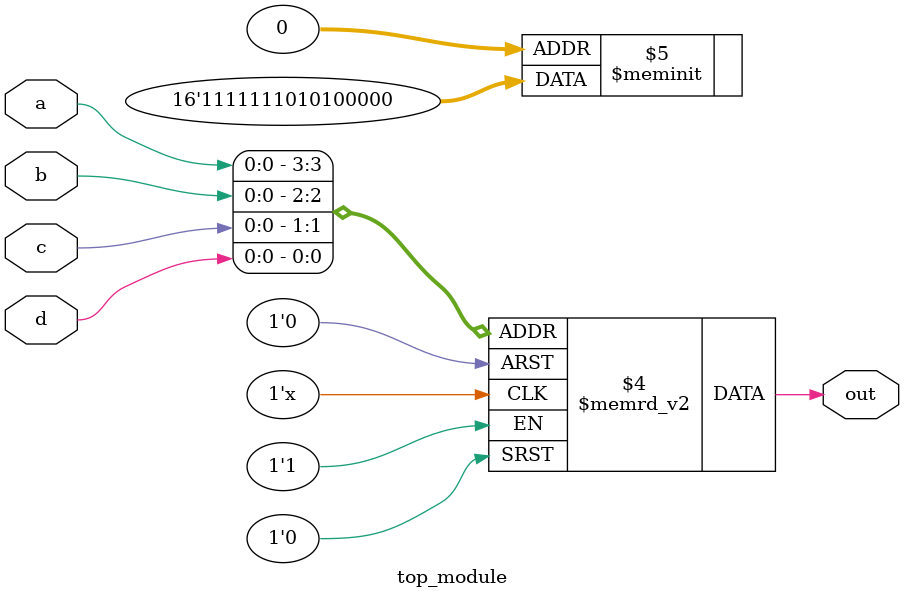
<source format=sv>
module top_module (
    input a,
    input b,
    input c, 
    input d,
    output reg out
);

always @(*) begin
    case ({a, b, c, d})
        4'b0000: out = 1'b0;
        4'b0001: out = 1'b0;
        4'b0010: out = 1'b0;
        4'b0011: out = 1'b0;
        4'b0100: out = 1'b0;
        4'b0101: out = 1'b1;
        4'b0110: out = 1'b0;
        4'b0111: out = 1'b1;
        4'b1000: out = 1'b0;
        4'b1001: out = 1'b1;
        4'b1010: out = 1'b1;
        4'b1011: out = 1'b1;
        4'b1100: out = 1'b1;
        4'b1101: out = 1'b1;
        4'b1110: out = 1'b1;
        4'b1111: out = 1'b1;
        default: out = 1'b0;
    endcase
end

endmodule

</source>
